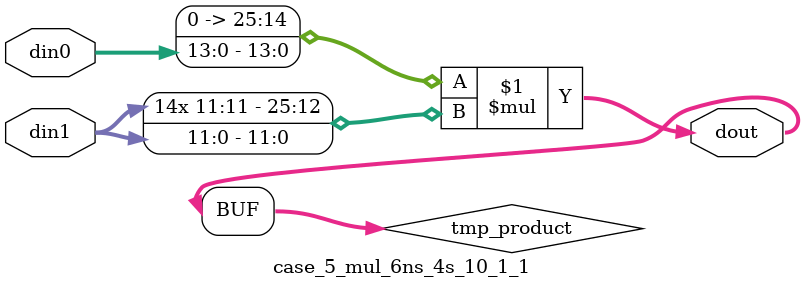
<source format=v>

`timescale 1 ns / 1 ps

 (* use_dsp = "no" *)  module case_5_mul_6ns_4s_10_1_1(din0, din1, dout);
parameter ID = 1;
parameter NUM_STAGE = 0;
parameter din0_WIDTH = 14;
parameter din1_WIDTH = 12;
parameter dout_WIDTH = 26;

input [din0_WIDTH - 1 : 0] din0; 
input [din1_WIDTH - 1 : 0] din1; 
output [dout_WIDTH - 1 : 0] dout;

wire signed [dout_WIDTH - 1 : 0] tmp_product;

























assign tmp_product = $signed({1'b0, din0}) * $signed(din1);










assign dout = tmp_product;





















endmodule

</source>
